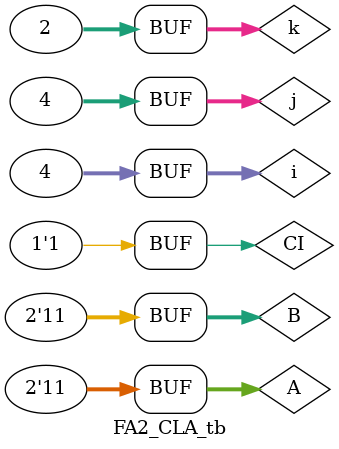
<source format=v>

`timescale 1ns / 1ps

module FA2_CLA_tb;

    reg [1:0] A;
    reg [1:0] B;
    reg CI;
    wire [1:0] SUM;
    wire CO;

    
    FA2_CLA uut (
        .A(A),
        .B(B),
        .CI(CI),
        .SUM(SUM),
        .CO(CO)
    );

    integer i, j, k;

    initial begin
        for (i = 0; i < 4; i = i + 1) begin
            #10 A = i;
            for (j = 0; j < 4; j = j + 1) begin
                #10 B = j;
                for (k = 0; k < 2; k = k + 1) begin
                    CI = k;
                    #10;
                end
            end
        end
    end
endmodule

</source>
